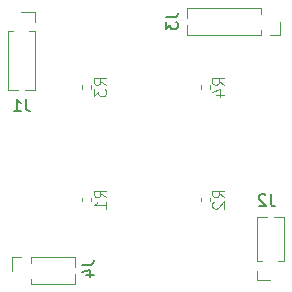
<source format=gbo>
%TF.GenerationSoftware,KiCad,Pcbnew,9.0.5-1.fc42*%
%TF.CreationDate,2025-12-03T04:04:06+01:00*%
%TF.ProjectId,Block-Switch-4,426c6f63-6b2d-4537-9769-7463682d342e,1*%
%TF.SameCoordinates,Original*%
%TF.FileFunction,Legend,Bot*%
%TF.FilePolarity,Positive*%
%FSLAX46Y46*%
G04 Gerber Fmt 4.6, Leading zero omitted, Abs format (unit mm)*
G04 Created by KiCad (PCBNEW 9.0.5-1.fc42) date 2025-12-03 04:04:06*
%MOMM*%
%LPD*%
G01*
G04 APERTURE LIST*
%ADD10C,0.125000*%
%ADD11C,0.150000*%
%ADD12C,0.120000*%
G04 APERTURE END LIST*
D10*
X145707419Y-108481523D02*
X145231228Y-108148190D01*
X145707419Y-107910095D02*
X144707419Y-107910095D01*
X144707419Y-107910095D02*
X144707419Y-108291047D01*
X144707419Y-108291047D02*
X144755038Y-108386285D01*
X144755038Y-108386285D02*
X144802657Y-108433904D01*
X144802657Y-108433904D02*
X144897895Y-108481523D01*
X144897895Y-108481523D02*
X145040752Y-108481523D01*
X145040752Y-108481523D02*
X145135990Y-108433904D01*
X145135990Y-108433904D02*
X145183609Y-108386285D01*
X145183609Y-108386285D02*
X145231228Y-108291047D01*
X145231228Y-108291047D02*
X145231228Y-107910095D01*
X145040752Y-109338666D02*
X145707419Y-109338666D01*
X144659800Y-109100571D02*
X145374085Y-108862476D01*
X145374085Y-108862476D02*
X145374085Y-109481523D01*
D11*
X133675419Y-123693866D02*
X134389704Y-123693866D01*
X134389704Y-123693866D02*
X134532561Y-123646247D01*
X134532561Y-123646247D02*
X134627800Y-123551009D01*
X134627800Y-123551009D02*
X134675419Y-123408152D01*
X134675419Y-123408152D02*
X134675419Y-123312914D01*
X134008752Y-124598628D02*
X134675419Y-124598628D01*
X133627800Y-124360533D02*
X134342085Y-124122438D01*
X134342085Y-124122438D02*
X134342085Y-124741485D01*
D10*
X135674819Y-108481523D02*
X135198628Y-108148190D01*
X135674819Y-107910095D02*
X134674819Y-107910095D01*
X134674819Y-107910095D02*
X134674819Y-108291047D01*
X134674819Y-108291047D02*
X134722438Y-108386285D01*
X134722438Y-108386285D02*
X134770057Y-108433904D01*
X134770057Y-108433904D02*
X134865295Y-108481523D01*
X134865295Y-108481523D02*
X135008152Y-108481523D01*
X135008152Y-108481523D02*
X135103390Y-108433904D01*
X135103390Y-108433904D02*
X135151009Y-108386285D01*
X135151009Y-108386285D02*
X135198628Y-108291047D01*
X135198628Y-108291047D02*
X135198628Y-107910095D01*
X134674819Y-108814857D02*
X134674819Y-109433904D01*
X134674819Y-109433904D02*
X135055771Y-109100571D01*
X135055771Y-109100571D02*
X135055771Y-109243428D01*
X135055771Y-109243428D02*
X135103390Y-109338666D01*
X135103390Y-109338666D02*
X135151009Y-109386285D01*
X135151009Y-109386285D02*
X135246247Y-109433904D01*
X135246247Y-109433904D02*
X135484342Y-109433904D01*
X135484342Y-109433904D02*
X135579580Y-109386285D01*
X135579580Y-109386285D02*
X135627200Y-109338666D01*
X135627200Y-109338666D02*
X135674819Y-109243428D01*
X135674819Y-109243428D02*
X135674819Y-108957714D01*
X135674819Y-108957714D02*
X135627200Y-108862476D01*
X135627200Y-108862476D02*
X135579580Y-108814857D01*
X145707419Y-118005143D02*
X145231228Y-117671810D01*
X145707419Y-117433715D02*
X144707419Y-117433715D01*
X144707419Y-117433715D02*
X144707419Y-117814667D01*
X144707419Y-117814667D02*
X144755038Y-117909905D01*
X144755038Y-117909905D02*
X144802657Y-117957524D01*
X144802657Y-117957524D02*
X144897895Y-118005143D01*
X144897895Y-118005143D02*
X145040752Y-118005143D01*
X145040752Y-118005143D02*
X145135990Y-117957524D01*
X145135990Y-117957524D02*
X145183609Y-117909905D01*
X145183609Y-117909905D02*
X145231228Y-117814667D01*
X145231228Y-117814667D02*
X145231228Y-117433715D01*
X144802657Y-118386096D02*
X144755038Y-118433715D01*
X144755038Y-118433715D02*
X144707419Y-118528953D01*
X144707419Y-118528953D02*
X144707419Y-118767048D01*
X144707419Y-118767048D02*
X144755038Y-118862286D01*
X144755038Y-118862286D02*
X144802657Y-118909905D01*
X144802657Y-118909905D02*
X144897895Y-118957524D01*
X144897895Y-118957524D02*
X144993133Y-118957524D01*
X144993133Y-118957524D02*
X145135990Y-118909905D01*
X145135990Y-118909905D02*
X145707419Y-118338477D01*
X145707419Y-118338477D02*
X145707419Y-118957524D01*
X135674819Y-118005143D02*
X135198628Y-117671810D01*
X135674819Y-117433715D02*
X134674819Y-117433715D01*
X134674819Y-117433715D02*
X134674819Y-117814667D01*
X134674819Y-117814667D02*
X134722438Y-117909905D01*
X134722438Y-117909905D02*
X134770057Y-117957524D01*
X134770057Y-117957524D02*
X134865295Y-118005143D01*
X134865295Y-118005143D02*
X135008152Y-118005143D01*
X135008152Y-118005143D02*
X135103390Y-117957524D01*
X135103390Y-117957524D02*
X135151009Y-117909905D01*
X135151009Y-117909905D02*
X135198628Y-117814667D01*
X135198628Y-117814667D02*
X135198628Y-117433715D01*
X135674819Y-118957524D02*
X135674819Y-118386096D01*
X135674819Y-118671810D02*
X134674819Y-118671810D01*
X134674819Y-118671810D02*
X134817676Y-118576572D01*
X134817676Y-118576572D02*
X134912914Y-118481334D01*
X134912914Y-118481334D02*
X134960533Y-118386096D01*
D11*
X149620410Y-117741619D02*
X149620410Y-118455904D01*
X149620410Y-118455904D02*
X149668029Y-118598761D01*
X149668029Y-118598761D02*
X149763267Y-118694000D01*
X149763267Y-118694000D02*
X149906124Y-118741619D01*
X149906124Y-118741619D02*
X150001362Y-118741619D01*
X149191838Y-117836857D02*
X149144219Y-117789238D01*
X149144219Y-117789238D02*
X149048981Y-117741619D01*
X149048981Y-117741619D02*
X148810886Y-117741619D01*
X148810886Y-117741619D02*
X148715648Y-117789238D01*
X148715648Y-117789238D02*
X148668029Y-117836857D01*
X148668029Y-117836857D02*
X148620410Y-117932095D01*
X148620410Y-117932095D02*
X148620410Y-118027333D01*
X148620410Y-118027333D02*
X148668029Y-118170190D01*
X148668029Y-118170190D02*
X149239457Y-118741619D01*
X149239457Y-118741619D02*
X148620410Y-118741619D01*
X128883733Y-109691819D02*
X128883733Y-110406104D01*
X128883733Y-110406104D02*
X128931352Y-110548961D01*
X128931352Y-110548961D02*
X129026590Y-110644200D01*
X129026590Y-110644200D02*
X129169447Y-110691819D01*
X129169447Y-110691819D02*
X129264685Y-110691819D01*
X127883733Y-110691819D02*
X128455161Y-110691819D01*
X128169447Y-110691819D02*
X128169447Y-109691819D01*
X128169447Y-109691819D02*
X128264685Y-109834676D01*
X128264685Y-109834676D02*
X128359923Y-109929914D01*
X128359923Y-109929914D02*
X128455161Y-109977533D01*
X140754019Y-102766266D02*
X141468304Y-102766266D01*
X141468304Y-102766266D02*
X141611161Y-102718647D01*
X141611161Y-102718647D02*
X141706400Y-102623409D01*
X141706400Y-102623409D02*
X141754019Y-102480552D01*
X141754019Y-102480552D02*
X141754019Y-102385314D01*
X140754019Y-103147219D02*
X140754019Y-103766266D01*
X140754019Y-103766266D02*
X141134971Y-103432933D01*
X141134971Y-103432933D02*
X141134971Y-103575790D01*
X141134971Y-103575790D02*
X141182590Y-103671028D01*
X141182590Y-103671028D02*
X141230209Y-103718647D01*
X141230209Y-103718647D02*
X141325447Y-103766266D01*
X141325447Y-103766266D02*
X141563542Y-103766266D01*
X141563542Y-103766266D02*
X141658780Y-103718647D01*
X141658780Y-103718647D02*
X141706400Y-103671028D01*
X141706400Y-103671028D02*
X141754019Y-103575790D01*
X141754019Y-103575790D02*
X141754019Y-103290076D01*
X141754019Y-103290076D02*
X141706400Y-103194838D01*
X141706400Y-103194838D02*
X141658780Y-103147219D01*
D12*
%TO.C,R4*%
X144461300Y-108801831D02*
X144461300Y-108494549D01*
X143701300Y-108801831D02*
X143701300Y-108494549D01*
%TO.C,J4*%
X127715000Y-123045000D02*
X127715000Y-124205000D01*
X128525000Y-123045000D02*
X127715000Y-123045000D01*
X129335000Y-123045000D02*
X129335000Y-123538292D01*
X129335000Y-123045000D02*
X133080000Y-123045000D01*
X129335000Y-124871708D02*
X129335000Y-125365000D01*
X129335000Y-125365000D02*
X133080000Y-125365000D01*
X133080000Y-123045000D02*
X133080000Y-123887077D01*
X133080000Y-124522923D02*
X133080000Y-125365000D01*
%TO.C,R3*%
X133668700Y-108801831D02*
X133668700Y-108494549D01*
X134428700Y-108801831D02*
X134428700Y-108494549D01*
%TO.C,R2*%
X143701300Y-118325451D02*
X143701300Y-118018169D01*
X144461300Y-118325451D02*
X144461300Y-118018169D01*
%TO.C,R1*%
X133668700Y-118325451D02*
X133668700Y-118018169D01*
X134428700Y-118325451D02*
X134428700Y-118018169D01*
%TO.C,J2*%
X148445000Y-119650000D02*
X149287077Y-119650000D01*
X148445000Y-123395000D02*
X148445000Y-119650000D01*
X148445000Y-123395000D02*
X148938292Y-123395000D01*
X148445000Y-124205000D02*
X148445000Y-125015000D01*
X148445000Y-125015000D02*
X149605000Y-125015000D01*
X149922923Y-119650000D02*
X150765000Y-119650000D01*
X150271708Y-123395000D02*
X150765000Y-123395000D01*
X150765000Y-123395000D02*
X150765000Y-119650000D01*
%TO.C,J1*%
X127365000Y-103935000D02*
X127365000Y-108950000D01*
X127858292Y-103935000D02*
X127365000Y-103935000D01*
X128207077Y-108950000D02*
X127365000Y-108950000D01*
X129685000Y-102315000D02*
X128525000Y-102315000D01*
X129685000Y-103125000D02*
X129685000Y-102315000D01*
X129685000Y-103935000D02*
X129191708Y-103935000D01*
X129685000Y-103935000D02*
X129685000Y-108950000D01*
X129685000Y-108950000D02*
X128842923Y-108950000D01*
%TO.C,J3*%
X142510000Y-102807077D02*
X142510000Y-101965000D01*
X142510000Y-104285000D02*
X142510000Y-103442923D01*
X148795000Y-101965000D02*
X142510000Y-101965000D01*
X148795000Y-102458292D02*
X148795000Y-101965000D01*
X148795000Y-104285000D02*
X142510000Y-104285000D01*
X148795000Y-104285000D02*
X148795000Y-103791708D01*
X149605000Y-104285000D02*
X150415000Y-104285000D01*
X150415000Y-104285000D02*
X150415000Y-103125000D01*
%TD*%
M02*

</source>
